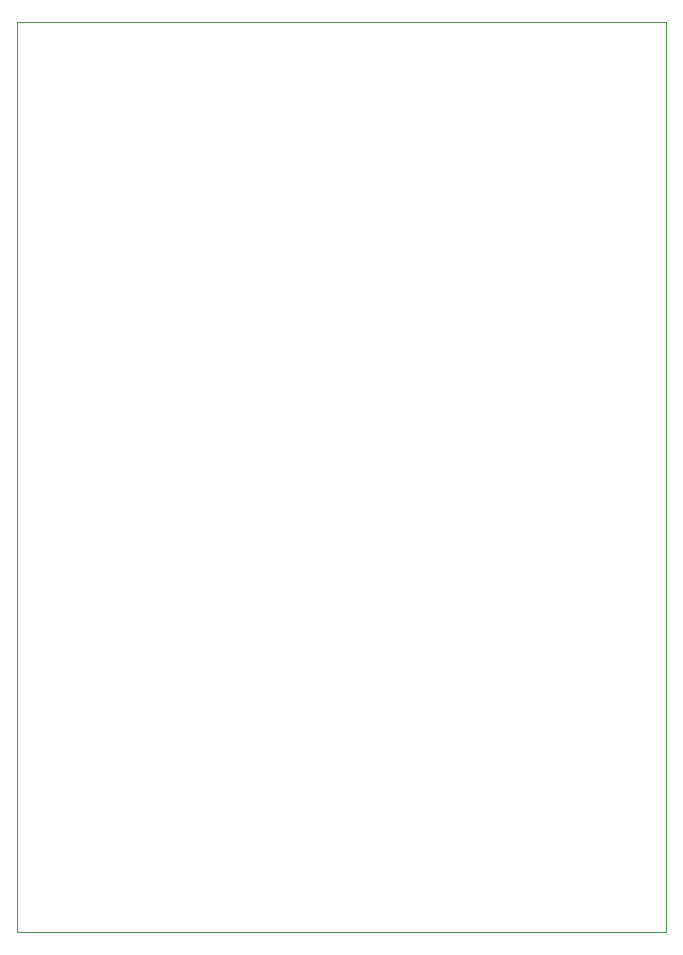
<source format=gm1>
G04 #@! TF.GenerationSoftware,KiCad,Pcbnew,(5.1.6)-1*
G04 #@! TF.CreationDate,2021-07-21T10:19:36+01:00*
G04 #@! TF.ProjectId,master_controller_v1,6d617374-6572-45f6-936f-6e74726f6c6c,1.0*
G04 #@! TF.SameCoordinates,Original*
G04 #@! TF.FileFunction,Profile,NP*
%FSLAX46Y46*%
G04 Gerber Fmt 4.6, Leading zero omitted, Abs format (unit mm)*
G04 Created by KiCad (PCBNEW (5.1.6)-1) date 2021-07-21 10:19:36*
%MOMM*%
%LPD*%
G01*
G04 APERTURE LIST*
G04 #@! TA.AperFunction,Profile*
%ADD10C,0.050000*%
G04 #@! TD*
G04 APERTURE END LIST*
D10*
X80000000Y-172000000D02*
X80000000Y-95000000D01*
X135000000Y-172000000D02*
X80000000Y-172000000D01*
X135000000Y-95000000D02*
X135000000Y-172000000D01*
X80000000Y-95000000D02*
X135000000Y-95000000D01*
M02*

</source>
